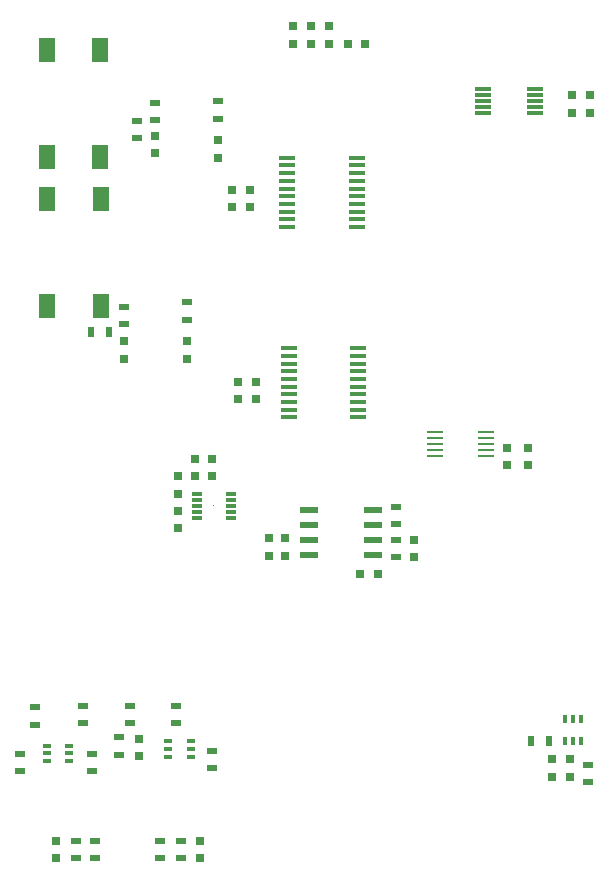
<source format=gtp>
G04 #@! TF.FileFunction,Paste,Top*
%FSLAX46Y46*%
G04 Gerber Fmt 4.6, Leading zero omitted, Abs format (unit mm)*
G04 Created by KiCad (PCBNEW 4.0.4-stable) date 11/26/17 23:03:44*
%MOMM*%
%LPD*%
G01*
G04 APERTURE LIST*
%ADD10C,0.100000*%
%ADD11R,0.750000X0.800000*%
%ADD12R,0.800000X0.750000*%
%ADD13R,0.650000X0.400000*%
%ADD14R,0.900000X0.500000*%
%ADD15R,0.500000X0.900000*%
%ADD16R,1.400000X2.100000*%
%ADD17R,0.812800X0.304800*%
%ADD18R,0.025400X0.025400*%
%ADD19R,1.400000X0.300000*%
%ADD20R,1.422400X0.279400*%
%ADD21R,1.450000X0.450000*%
%ADD22R,0.400000X0.650000*%
%ADD23R,1.550000X0.600000*%
G04 APERTURE END LIST*
D10*
D11*
X150622000Y-72251000D03*
X150622000Y-70751000D03*
X153670000Y-72251000D03*
X153670000Y-70751000D03*
X152146000Y-72251000D03*
X152146000Y-70751000D03*
D12*
X155206000Y-72263000D03*
X156706000Y-72263000D03*
X143752000Y-108839000D03*
X142252000Y-108839000D03*
X143752000Y-107442000D03*
X142252000Y-107442000D03*
D11*
X140843000Y-113272000D03*
X140843000Y-111772000D03*
X140843000Y-108851000D03*
X140843000Y-110351000D03*
X174244000Y-76593000D03*
X174244000Y-78093000D03*
X175768000Y-76593000D03*
X175768000Y-78093000D03*
X168719500Y-106438000D03*
X168719500Y-107938000D03*
X170497500Y-106438000D03*
X170497500Y-107938000D03*
X138938000Y-81522000D03*
X138938000Y-80022000D03*
X144272000Y-80403000D03*
X144272000Y-81903000D03*
X145415000Y-86094000D03*
X145415000Y-84594000D03*
X146939000Y-86094000D03*
X146939000Y-84594000D03*
X136271000Y-98921000D03*
X136271000Y-97421000D03*
X141605000Y-97421000D03*
X141605000Y-98921000D03*
X147447000Y-102350000D03*
X147447000Y-100850000D03*
X145923000Y-102350000D03*
X145923000Y-100850000D03*
X130556000Y-139712000D03*
X130556000Y-141212000D03*
X137541000Y-132576000D03*
X137541000Y-131076000D03*
X142748000Y-139712000D03*
X142748000Y-141212000D03*
X160845500Y-115748500D03*
X160845500Y-114248500D03*
X149923500Y-115621500D03*
X149923500Y-114121500D03*
X148526500Y-114121500D03*
X148526500Y-115621500D03*
D12*
X157785500Y-117157500D03*
X156285500Y-117157500D03*
D13*
X129733000Y-131684000D03*
X129733000Y-132984000D03*
X131633000Y-132334000D03*
X129733000Y-132334000D03*
X131633000Y-132984000D03*
X131633000Y-131684000D03*
X141920000Y-132603000D03*
X141920000Y-131303000D03*
X140020000Y-131953000D03*
X141920000Y-131953000D03*
X140020000Y-131303000D03*
X140020000Y-132603000D03*
D14*
X137414000Y-78752000D03*
X137414000Y-80252000D03*
X138938000Y-77228000D03*
X138938000Y-78728000D03*
X144272000Y-78601000D03*
X144272000Y-77101000D03*
D15*
X134989000Y-96647000D03*
X133489000Y-96647000D03*
D14*
X136271000Y-94500000D03*
X136271000Y-96000000D03*
X141605000Y-95619000D03*
X141605000Y-94119000D03*
D15*
X170763500Y-131254500D03*
X172263500Y-131254500D03*
D14*
X175577500Y-133298500D03*
X175577500Y-134798500D03*
X128778000Y-128409000D03*
X128778000Y-129909000D03*
X127462000Y-132346000D03*
X127462000Y-133846000D03*
X132207000Y-139712000D03*
X132207000Y-141212000D03*
X132842000Y-128282000D03*
X132842000Y-129782000D03*
X133858000Y-141212000D03*
X133858000Y-139712000D03*
X133604000Y-132346000D03*
X133604000Y-133846000D03*
X135890000Y-130949000D03*
X135890000Y-132449000D03*
X136779000Y-128282000D03*
X136779000Y-129782000D03*
X139319000Y-139712000D03*
X139319000Y-141212000D03*
X140716000Y-128282000D03*
X140716000Y-129782000D03*
X141097000Y-141212000D03*
X141097000Y-139712000D03*
X143764000Y-132092000D03*
X143764000Y-133592000D03*
X159321500Y-115748500D03*
X159321500Y-114248500D03*
X159321500Y-112954500D03*
X159321500Y-111454500D03*
D16*
X134239000Y-72771000D03*
X134239000Y-81871000D03*
X129739000Y-72771000D03*
X129739000Y-81871000D03*
X129794000Y-94488000D03*
X129794000Y-85388000D03*
X134294000Y-94488000D03*
X134294000Y-85388000D03*
D17*
X142443200Y-110378999D03*
X142443200Y-110879001D03*
X142443200Y-111379000D03*
X142443200Y-111878999D03*
X142443200Y-112379001D03*
X145338800Y-112379001D03*
X145338800Y-111878999D03*
X145338800Y-111379000D03*
X145338800Y-110879001D03*
X145338800Y-110378999D03*
D18*
X143891000Y-111379000D03*
D19*
X171110000Y-78089000D03*
X171110000Y-77589000D03*
X171110000Y-77089000D03*
X171110000Y-76589000D03*
X171110000Y-76089000D03*
X166710000Y-76089000D03*
X166710000Y-76589000D03*
X166710000Y-77089000D03*
X166710000Y-77589000D03*
X166710000Y-78089000D03*
D20*
X162627990Y-105152200D03*
X162627990Y-105652202D03*
X162627990Y-106152201D03*
X162627990Y-106652200D03*
X162627990Y-107152202D03*
X166971390Y-107152202D03*
X166971390Y-106652200D03*
X166971390Y-106152201D03*
X166971390Y-105652202D03*
X166971390Y-105152200D03*
D21*
X150085000Y-81911000D03*
X150085000Y-82561000D03*
X150085000Y-83211000D03*
X150085000Y-83861000D03*
X150085000Y-84511000D03*
X150085000Y-85161000D03*
X150085000Y-85811000D03*
X150085000Y-86461000D03*
X150085000Y-87111000D03*
X150085000Y-87761000D03*
X155985000Y-87761000D03*
X155985000Y-87111000D03*
X155985000Y-86461000D03*
X155985000Y-85811000D03*
X155985000Y-85161000D03*
X155985000Y-84511000D03*
X155985000Y-83861000D03*
X155985000Y-83211000D03*
X155985000Y-82561000D03*
X155985000Y-81911000D03*
X150212000Y-98040000D03*
X150212000Y-98690000D03*
X150212000Y-99340000D03*
X150212000Y-99990000D03*
X150212000Y-100640000D03*
X150212000Y-101290000D03*
X150212000Y-101940000D03*
X150212000Y-102590000D03*
X150212000Y-103240000D03*
X150212000Y-103890000D03*
X156112000Y-103890000D03*
X156112000Y-103240000D03*
X156112000Y-102590000D03*
X156112000Y-101940000D03*
X156112000Y-101290000D03*
X156112000Y-100640000D03*
X156112000Y-99990000D03*
X156112000Y-99340000D03*
X156112000Y-98690000D03*
X156112000Y-98040000D03*
D22*
X174957500Y-129415500D03*
X173657500Y-129415500D03*
X174307500Y-131315500D03*
X174307500Y-129415500D03*
X173657500Y-131315500D03*
X174957500Y-131315500D03*
D23*
X157322500Y-115506500D03*
X157322500Y-114236500D03*
X157322500Y-112966500D03*
X157322500Y-111696500D03*
X151922500Y-111696500D03*
X151922500Y-112966500D03*
X151922500Y-114236500D03*
X151922500Y-115506500D03*
D12*
X172541500Y-134302500D03*
X174041500Y-134302500D03*
X172541500Y-132778500D03*
X174041500Y-132778500D03*
M02*

</source>
